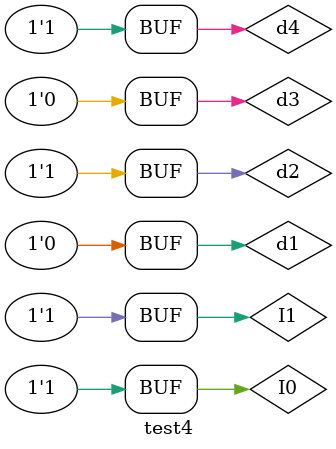
<source format=v>
`timescale 1ns / 1ps


module test4;

	// Inputs
	reg d1;
	reg d2;
	reg d3;
	reg d4;
	reg I0;
	reg I1;

	// Outputs
	wire Q;

	// Instantiate the Unit Under Test (UUT)
	max_4to1 uut (
		.d1(d1), 
		.d2(d2), 
		.d3(d3), 
		.d4(d4), 
		.I0(I0), 
		.I1(I1), 
		.Q(Q)
	);

	initial begin
		// Initialize Inputs
		d1 = 0;
		d2 = 1;
		d3 = 0;
		d4 = 1;
		I0 = 0;
		I1 = 0;

		// Wait 100 ns for global reset to finish
		#100;
        
		// Add stimulus here
		
		d1 = 0;
		d2 = 1;
		d3 = 0;
		d4 = 1;
		I0 = 1;
		I1 = 0;

		// Wait 100 ns for global reset to finish
		#100;
		
		d1 = 0;
		d2 = 1;
		d3 = 0;
		d4 = 1;
		I0 = 0;
		I1 = 1;

		// Wait 100 ns for global reset to finish
		#100;
		
		
		d1 = 0;
		d2 = 1;
		d3 = 0;
		d4 = 1;
		I0 = 1;
		I1 = 1;

		// Wait 100 ns for global reset to finish
		#100;

	end
      
endmodule


</source>
